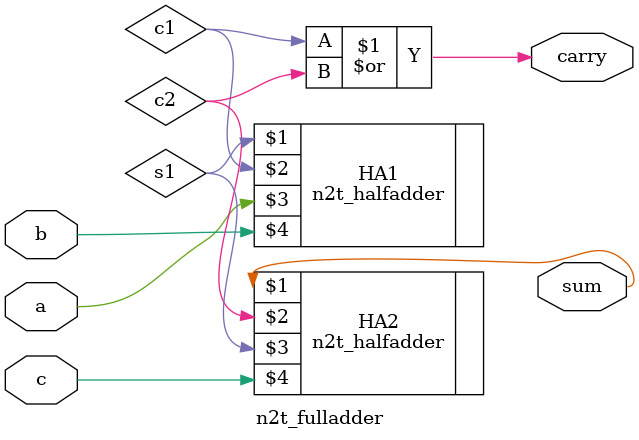
<source format=v>
`timescale 1ns / 1ps

module n2t_fulladder(sum,carry,a,b,c);
    output sum, carry;
    input a,b,c;
    
    wire c1,c2, s1;
    
    n2t_halfadder HA1(s1 , c1,  a, b);
    n2t_halfadder HA2(sum, c2, s1, c);
    
    or OR1(carry, c1, c2);
endmodule

</source>
